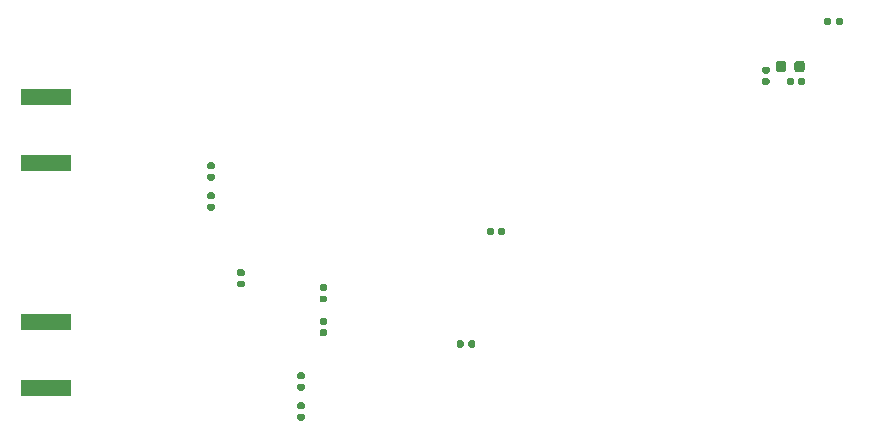
<source format=gbr>
%TF.GenerationSoftware,KiCad,Pcbnew,5.1.6*%
%TF.CreationDate,2020-09-04T11:32:19-04:00*%
%TF.ProjectId,rf-analyzer,72662d61-6e61-46c7-997a-65722e6b6963,rev?*%
%TF.SameCoordinates,Original*%
%TF.FileFunction,Paste,Bot*%
%TF.FilePolarity,Positive*%
%FSLAX46Y46*%
G04 Gerber Fmt 4.6, Leading zero omitted, Abs format (unit mm)*
G04 Created by KiCad (PCBNEW 5.1.6) date 2020-09-04 11:32:19*
%MOMM*%
%LPD*%
G01*
G04 APERTURE LIST*
%ADD10R,4.200000X1.350000*%
G04 APERTURE END LIST*
%TO.C,C31*%
G36*
G01*
X124632500Y-119190000D02*
X124287500Y-119190000D01*
G75*
G02*
X124140000Y-119042500I0J147500D01*
G01*
X124140000Y-118747500D01*
G75*
G02*
X124287500Y-118600000I147500J0D01*
G01*
X124632500Y-118600000D01*
G75*
G02*
X124780000Y-118747500I0J-147500D01*
G01*
X124780000Y-119042500D01*
G75*
G02*
X124632500Y-119190000I-147500J0D01*
G01*
G37*
G36*
G01*
X124632500Y-120160000D02*
X124287500Y-120160000D01*
G75*
G02*
X124140000Y-120012500I0J147500D01*
G01*
X124140000Y-119717500D01*
G75*
G02*
X124287500Y-119570000I147500J0D01*
G01*
X124632500Y-119570000D01*
G75*
G02*
X124780000Y-119717500I0J-147500D01*
G01*
X124780000Y-120012500D01*
G75*
G02*
X124632500Y-120160000I-147500J0D01*
G01*
G37*
%TD*%
%TO.C,C30*%
G36*
G01*
X124287500Y-117030000D02*
X124632500Y-117030000D01*
G75*
G02*
X124780000Y-117177500I0J-147500D01*
G01*
X124780000Y-117472500D01*
G75*
G02*
X124632500Y-117620000I-147500J0D01*
G01*
X124287500Y-117620000D01*
G75*
G02*
X124140000Y-117472500I0J147500D01*
G01*
X124140000Y-117177500D01*
G75*
G02*
X124287500Y-117030000I147500J0D01*
G01*
G37*
G36*
G01*
X124287500Y-116060000D02*
X124632500Y-116060000D01*
G75*
G02*
X124780000Y-116207500I0J-147500D01*
G01*
X124780000Y-116502500D01*
G75*
G02*
X124632500Y-116650000I-147500J0D01*
G01*
X124287500Y-116650000D01*
G75*
G02*
X124140000Y-116502500I0J147500D01*
G01*
X124140000Y-116207500D01*
G75*
G02*
X124287500Y-116060000I147500J0D01*
G01*
G37*
%TD*%
D10*
%TO.C,J3*%
X102870000Y-98360000D03*
X102870000Y-92710000D03*
%TD*%
%TO.C,J1*%
X102870000Y-117410000D03*
X102870000Y-111760000D03*
%TD*%
%TO.C,C27*%
G36*
G01*
X163657500Y-91145000D02*
X164002500Y-91145000D01*
G75*
G02*
X164150000Y-91292500I0J-147500D01*
G01*
X164150000Y-91587500D01*
G75*
G02*
X164002500Y-91735000I-147500J0D01*
G01*
X163657500Y-91735000D01*
G75*
G02*
X163510000Y-91587500I0J147500D01*
G01*
X163510000Y-91292500D01*
G75*
G02*
X163657500Y-91145000I147500J0D01*
G01*
G37*
G36*
G01*
X163657500Y-90175000D02*
X164002500Y-90175000D01*
G75*
G02*
X164150000Y-90322500I0J-147500D01*
G01*
X164150000Y-90617500D01*
G75*
G02*
X164002500Y-90765000I-147500J0D01*
G01*
X163657500Y-90765000D01*
G75*
G02*
X163510000Y-90617500I0J147500D01*
G01*
X163510000Y-90322500D01*
G75*
G02*
X163657500Y-90175000I147500J0D01*
G01*
G37*
%TD*%
%TO.C,C26*%
G36*
G01*
X166237500Y-90426250D02*
X166237500Y-89913750D01*
G75*
G02*
X166456250Y-89695000I218750J0D01*
G01*
X166893750Y-89695000D01*
G75*
G02*
X167112500Y-89913750I0J-218750D01*
G01*
X167112500Y-90426250D01*
G75*
G02*
X166893750Y-90645000I-218750J0D01*
G01*
X166456250Y-90645000D01*
G75*
G02*
X166237500Y-90426250I0J218750D01*
G01*
G37*
G36*
G01*
X164662500Y-90426250D02*
X164662500Y-89913750D01*
G75*
G02*
X164881250Y-89695000I218750J0D01*
G01*
X165318750Y-89695000D01*
G75*
G02*
X165537500Y-89913750I0J-218750D01*
G01*
X165537500Y-90426250D01*
G75*
G02*
X165318750Y-90645000I-218750J0D01*
G01*
X164881250Y-90645000D01*
G75*
G02*
X164662500Y-90426250I0J218750D01*
G01*
G37*
%TD*%
%TO.C,C22*%
G36*
G01*
X166560000Y-91612500D02*
X166560000Y-91267500D01*
G75*
G02*
X166707500Y-91120000I147500J0D01*
G01*
X167002500Y-91120000D01*
G75*
G02*
X167150000Y-91267500I0J-147500D01*
G01*
X167150000Y-91612500D01*
G75*
G02*
X167002500Y-91760000I-147500J0D01*
G01*
X166707500Y-91760000D01*
G75*
G02*
X166560000Y-91612500I0J147500D01*
G01*
G37*
G36*
G01*
X165590000Y-91612500D02*
X165590000Y-91267500D01*
G75*
G02*
X165737500Y-91120000I147500J0D01*
G01*
X166032500Y-91120000D01*
G75*
G02*
X166180000Y-91267500I0J-147500D01*
G01*
X166180000Y-91612500D01*
G75*
G02*
X166032500Y-91760000I-147500J0D01*
G01*
X165737500Y-91760000D01*
G75*
G02*
X165590000Y-91612500I0J147500D01*
G01*
G37*
%TD*%
%TO.C,C21*%
G36*
G01*
X169355000Y-86187500D02*
X169355000Y-86532500D01*
G75*
G02*
X169207500Y-86680000I-147500J0D01*
G01*
X168912500Y-86680000D01*
G75*
G02*
X168765000Y-86532500I0J147500D01*
G01*
X168765000Y-86187500D01*
G75*
G02*
X168912500Y-86040000I147500J0D01*
G01*
X169207500Y-86040000D01*
G75*
G02*
X169355000Y-86187500I0J-147500D01*
G01*
G37*
G36*
G01*
X170325000Y-86187500D02*
X170325000Y-86532500D01*
G75*
G02*
X170177500Y-86680000I-147500J0D01*
G01*
X169882500Y-86680000D01*
G75*
G02*
X169735000Y-86532500I0J147500D01*
G01*
X169735000Y-86187500D01*
G75*
G02*
X169882500Y-86040000I147500J0D01*
G01*
X170177500Y-86040000D01*
G75*
G02*
X170325000Y-86187500I0J-147500D01*
G01*
G37*
%TD*%
%TO.C,C20*%
G36*
G01*
X119207500Y-108290000D02*
X119552500Y-108290000D01*
G75*
G02*
X119700000Y-108437500I0J-147500D01*
G01*
X119700000Y-108732500D01*
G75*
G02*
X119552500Y-108880000I-147500J0D01*
G01*
X119207500Y-108880000D01*
G75*
G02*
X119060000Y-108732500I0J147500D01*
G01*
X119060000Y-108437500D01*
G75*
G02*
X119207500Y-108290000I147500J0D01*
G01*
G37*
G36*
G01*
X119207500Y-107320000D02*
X119552500Y-107320000D01*
G75*
G02*
X119700000Y-107467500I0J-147500D01*
G01*
X119700000Y-107762500D01*
G75*
G02*
X119552500Y-107910000I-147500J0D01*
G01*
X119207500Y-107910000D01*
G75*
G02*
X119060000Y-107762500I0J147500D01*
G01*
X119060000Y-107467500D01*
G75*
G02*
X119207500Y-107320000I147500J0D01*
G01*
G37*
%TD*%
%TO.C,C17*%
G36*
G01*
X140780000Y-103967500D02*
X140780000Y-104312500D01*
G75*
G02*
X140632500Y-104460000I-147500J0D01*
G01*
X140337500Y-104460000D01*
G75*
G02*
X140190000Y-104312500I0J147500D01*
G01*
X140190000Y-103967500D01*
G75*
G02*
X140337500Y-103820000I147500J0D01*
G01*
X140632500Y-103820000D01*
G75*
G02*
X140780000Y-103967500I0J-147500D01*
G01*
G37*
G36*
G01*
X141750000Y-103967500D02*
X141750000Y-104312500D01*
G75*
G02*
X141602500Y-104460000I-147500J0D01*
G01*
X141307500Y-104460000D01*
G75*
G02*
X141160000Y-104312500I0J147500D01*
G01*
X141160000Y-103967500D01*
G75*
G02*
X141307500Y-103820000I147500J0D01*
G01*
X141602500Y-103820000D01*
G75*
G02*
X141750000Y-103967500I0J-147500D01*
G01*
G37*
%TD*%
%TO.C,C14*%
G36*
G01*
X138620000Y-113837500D02*
X138620000Y-113492500D01*
G75*
G02*
X138767500Y-113345000I147500J0D01*
G01*
X139062500Y-113345000D01*
G75*
G02*
X139210000Y-113492500I0J-147500D01*
G01*
X139210000Y-113837500D01*
G75*
G02*
X139062500Y-113985000I-147500J0D01*
G01*
X138767500Y-113985000D01*
G75*
G02*
X138620000Y-113837500I0J147500D01*
G01*
G37*
G36*
G01*
X137650000Y-113837500D02*
X137650000Y-113492500D01*
G75*
G02*
X137797500Y-113345000I147500J0D01*
G01*
X138092500Y-113345000D01*
G75*
G02*
X138240000Y-113492500I0J-147500D01*
G01*
X138240000Y-113837500D01*
G75*
G02*
X138092500Y-113985000I-147500J0D01*
G01*
X137797500Y-113985000D01*
G75*
G02*
X137650000Y-113837500I0J147500D01*
G01*
G37*
%TD*%
%TO.C,C9*%
G36*
G01*
X126192500Y-109560000D02*
X126537500Y-109560000D01*
G75*
G02*
X126685000Y-109707500I0J-147500D01*
G01*
X126685000Y-110002500D01*
G75*
G02*
X126537500Y-110150000I-147500J0D01*
G01*
X126192500Y-110150000D01*
G75*
G02*
X126045000Y-110002500I0J147500D01*
G01*
X126045000Y-109707500D01*
G75*
G02*
X126192500Y-109560000I147500J0D01*
G01*
G37*
G36*
G01*
X126192500Y-108590000D02*
X126537500Y-108590000D01*
G75*
G02*
X126685000Y-108737500I0J-147500D01*
G01*
X126685000Y-109032500D01*
G75*
G02*
X126537500Y-109180000I-147500J0D01*
G01*
X126192500Y-109180000D01*
G75*
G02*
X126045000Y-109032500I0J147500D01*
G01*
X126045000Y-108737500D01*
G75*
G02*
X126192500Y-108590000I147500J0D01*
G01*
G37*
%TD*%
%TO.C,C8*%
G36*
G01*
X126537500Y-112055000D02*
X126192500Y-112055000D01*
G75*
G02*
X126045000Y-111907500I0J147500D01*
G01*
X126045000Y-111612500D01*
G75*
G02*
X126192500Y-111465000I147500J0D01*
G01*
X126537500Y-111465000D01*
G75*
G02*
X126685000Y-111612500I0J-147500D01*
G01*
X126685000Y-111907500D01*
G75*
G02*
X126537500Y-112055000I-147500J0D01*
G01*
G37*
G36*
G01*
X126537500Y-113025000D02*
X126192500Y-113025000D01*
G75*
G02*
X126045000Y-112877500I0J147500D01*
G01*
X126045000Y-112582500D01*
G75*
G02*
X126192500Y-112435000I147500J0D01*
G01*
X126537500Y-112435000D01*
G75*
G02*
X126685000Y-112582500I0J-147500D01*
G01*
X126685000Y-112877500D01*
G75*
G02*
X126537500Y-113025000I-147500J0D01*
G01*
G37*
%TD*%
%TO.C,C5*%
G36*
G01*
X117012500Y-101410000D02*
X116667500Y-101410000D01*
G75*
G02*
X116520000Y-101262500I0J147500D01*
G01*
X116520000Y-100967500D01*
G75*
G02*
X116667500Y-100820000I147500J0D01*
G01*
X117012500Y-100820000D01*
G75*
G02*
X117160000Y-100967500I0J-147500D01*
G01*
X117160000Y-101262500D01*
G75*
G02*
X117012500Y-101410000I-147500J0D01*
G01*
G37*
G36*
G01*
X117012500Y-102380000D02*
X116667500Y-102380000D01*
G75*
G02*
X116520000Y-102232500I0J147500D01*
G01*
X116520000Y-101937500D01*
G75*
G02*
X116667500Y-101790000I147500J0D01*
G01*
X117012500Y-101790000D01*
G75*
G02*
X117160000Y-101937500I0J-147500D01*
G01*
X117160000Y-102232500D01*
G75*
G02*
X117012500Y-102380000I-147500J0D01*
G01*
G37*
%TD*%
%TO.C,C4*%
G36*
G01*
X116667500Y-99250000D02*
X117012500Y-99250000D01*
G75*
G02*
X117160000Y-99397500I0J-147500D01*
G01*
X117160000Y-99692500D01*
G75*
G02*
X117012500Y-99840000I-147500J0D01*
G01*
X116667500Y-99840000D01*
G75*
G02*
X116520000Y-99692500I0J147500D01*
G01*
X116520000Y-99397500D01*
G75*
G02*
X116667500Y-99250000I147500J0D01*
G01*
G37*
G36*
G01*
X116667500Y-98280000D02*
X117012500Y-98280000D01*
G75*
G02*
X117160000Y-98427500I0J-147500D01*
G01*
X117160000Y-98722500D01*
G75*
G02*
X117012500Y-98870000I-147500J0D01*
G01*
X116667500Y-98870000D01*
G75*
G02*
X116520000Y-98722500I0J147500D01*
G01*
X116520000Y-98427500D01*
G75*
G02*
X116667500Y-98280000I147500J0D01*
G01*
G37*
%TD*%
M02*

</source>
